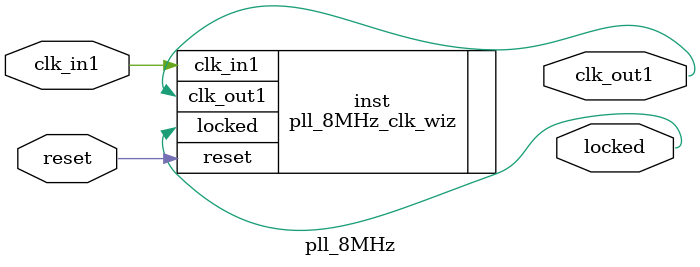
<source format=v>


`timescale 1ps/1ps

(* CORE_GENERATION_INFO = "pll_8MHz,clk_wiz_v6_0_14_0_0,{component_name=pll_8MHz,use_phase_alignment=true,use_min_o_jitter=false,use_max_i_jitter=false,use_dyn_phase_shift=false,use_inclk_switchover=false,use_dyn_reconfig=false,enable_axi=0,feedback_source=FDBK_AUTO,PRIMITIVE=MMCM,num_out_clk=1,clkin1_period=10.000,clkin2_period=10.000,use_power_down=false,use_reset=true,use_locked=true,use_inclk_stopped=false,feedback_type=SINGLE,CLOCK_MGR_TYPE=NA,manual_override=false}" *)

module pll_8MHz 
 (
  // Clock out ports
  output        clk_out1,
  // Status and control signals
  input         reset,
  output        locked,
 // Clock in ports
  input         clk_in1
 );

  pll_8MHz_clk_wiz inst
  (
  // Clock out ports  
  .clk_out1(clk_out1),
  // Status and control signals               
  .reset(reset), 
  .locked(locked),
 // Clock in ports
  .clk_in1(clk_in1)
  );

endmodule

</source>
